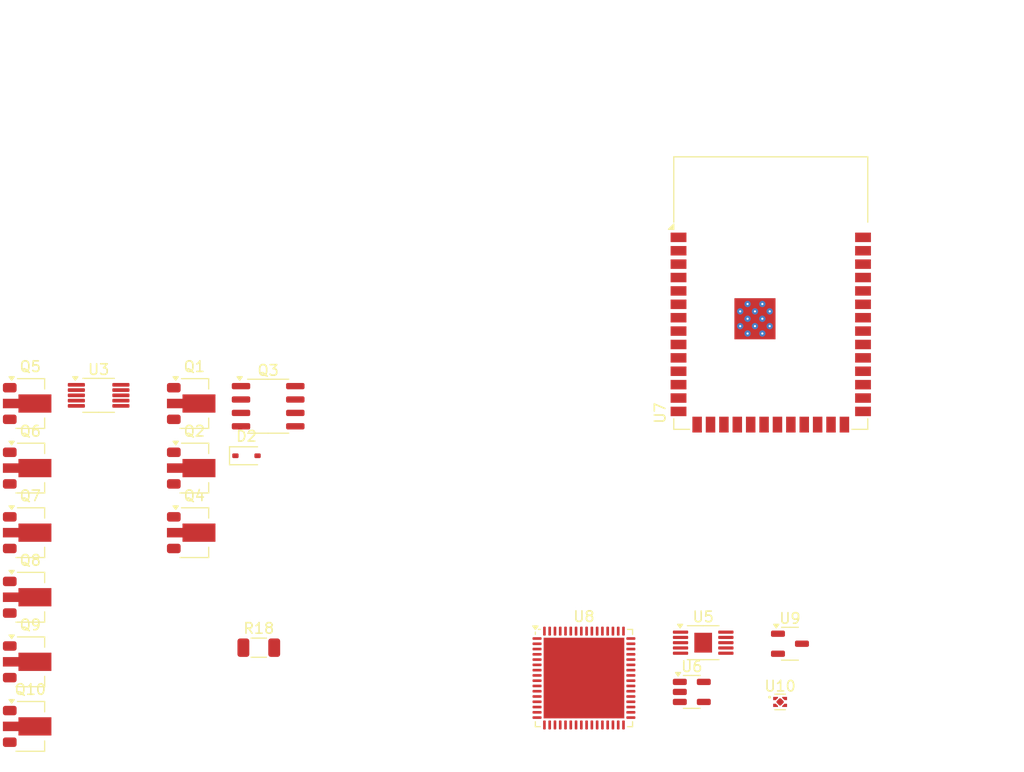
<source format=kicad_pcb>
(kicad_pcb (version 20241229) (generator "pcbnew") (generator_version "9.0")
  (layers (0 "F.Cu" signal) (2 "B.Cu" signal) (13 "F.Paste" user) (15 "B.Paste" user) (5 "F.SilkS" user "F.Silkscreen") (7 "B.SilkS" user "B.Silkscreen") (1 "F.Mask" user) (3 "B.Mask" user) (25 "Edge.Cuts" user))
  (net 0 "")
  (net 1 "Net-(D2-K)")
  (net 2 "GND")
  (net 3 "Net-(C3-Pad1)")
  (net 4 "Net-(Q3B-G2)")
  (net 5 "Net-(Q3B-S2)")
  (net 6 "/SENSOR_SET_RESET_DRIVER/RESET_CTRL")
  (net 7 "/SENSOR_3AXIS_HMC100X/OFFSET_Y+")
  (net 8 "/SENSOR_OFFSET_DRIVERS/DAC_OUT_Y")
  (net 9 "/SENSOR_OFFSET_DRIVERS/DAC_OUT_X")
  (net 10 "/SENSOR_OFFSET_DRIVERS/I2C_DAC_SDA")
  (net 11 "/SENSOR_OFFSET_DRIVERS/DAC_OUT_Z")
  (net 12 "/SENSOR_OFFSET_DRIVERS/DAC_RDY_N")
  (net 13 "/SENSOR_OFFSET_DRIVERS/DAC_LDAC_N")
  (net 14 "+3V3D")
  (net 15 "/SENSOR_OFFSET_DRIVERS/I2C_DAC_SCL")
  (net 16 "Net-(C6-Pad2)")
  (net 17 "/SENSOR_OFFSET_DRIVERS/DAC_OUT_REF")
  (net 18 "Net-(U5-GND-Pad11)")
  (net 23 "Net-(U5-IN-Pad1)")
  (net 38 "Net-(U7-GND-Pad1)")
  (footprint "Diode_SMD:D_SOD-323" (layer "F.Cu") (at 152.37 69.795)
    (property "Reference" "D2" (at 0 -1.85 0) (layer "F.SilkS"))
    (property "Value" "1N4148WS")
    (fp_line (start -1.61 -0.85) (end -1.61 0.85) (stroke (width 0.12)) (layer "F.SilkS"))
    (fp_line (start -1.61 -0.85) (end 1.05 -0.85) (stroke (width 0.12)) (layer "F.SilkS"))
    (fp_line (start -1.61 0.85) (end 1.05 0.85) (stroke (width 0.12)) (layer "F.SilkS"))
    (pad "1" smd roundrect (at -1.05 0) (size 0.6 0.45) (layers "F.Cu" "F.Mask" "F.Paste") (net 1 "Net-(D2-K)"))
    (pad "2" smd roundrect (at 1.05 0) (size 0.6 0.45) (layers "F.Cu" "F.Mask" "F.Paste") (net 2 "GND"))
  )
  (footprint "Package_TO_SOT_SMD:SOT-89-3" (layer "F.Cu") (at 147.425 77.09)
    (property "Reference" "Q4" (at 0 -3.5 0) (layer "F.SilkS"))
    (property "Value" "D882")
    (fp_line (start -1.22 -2.36) (end 1.36 -2.36) (stroke (width 0.12)) (layer "F.SilkS"))
    (fp_line (start 1.36 -1.38) (end 1.36 -2.36) (stroke (width 0.12)) (layer "F.SilkS"))
    (fp_line (start 1.36 1.38) (end 1.36 2.36) (stroke (width 0.12)) (layer "F.SilkS"))
    (fp_line (start 1.36 2.36) (end -1.36 2.36) (stroke (width 0.12)) (layer "F.SilkS"))
    (fp_poly (pts (xy -1.77 -2.21) (xy -2.01 -2.54) (xy -1.53 -2.54) (xy -1.77 -2.21)) (stroke (width 0.12)) (fill yes) (layer "F.SilkS"))
    (pad "1" smd roundrect (at -1.95 -1.5) (size 1.3 0.9) (layers "F.Cu" "F.Mask" "F.Paste"))
    (pad "2" smd custom (at -1.8625 0) (size 1.475 0.9) (layers "F.Cu" "F.Mask" "F.Paste") (options (clearance outline) (anchor rect)) (primitives (gr_poly (pts (xy 3.8625 0.8665) (xy 0.7375 0.8665) (xy 0.7375 -0.8665) (xy 3.8625 -0.8665)) (width 0) (fill yes))))
    (pad "3" smd roundrect (at -1.95 1.5) (size 1.3 0.9) (layers "F.Cu" "F.Mask" "F.Paste"))
  )
  (footprint "Package_SON:Texas_X2SON-4_1x1mm_P0.65mm" (layer "F.Cu") (at 202.985357 93.145)
    (property "Reference" "U10" (at 0 -1.5 0) (layer "F.SilkS"))
    (property "Value" "TPS7A20xxxDQN")
    (fp_line (start -0.5 -0.74) (end 0.5 -0.74) (stroke (width 0.12)) (layer "F.SilkS"))
    (fp_line (start -0.5 0.74) (end 0.5 0.74) (stroke (width 0.12)) (layer "F.SilkS"))
    (fp_circle (center -1 -0.45) (end -0.86 -0.46) (fill yes) (layer "F.SilkS"))
    (pad "1" smd custom (at -0.43 -0.325) (size 0.148492 0.148492) (layers "F.Cu") (options (clearance outline) (anchor circle)) (primitives (gr_poly (pts (xy 0.23 -0.054289) (xy 0.020711 0.155) (xy -0.23 0.155) (xy -0.23 -0.155) (xy 0.23 -0.155)) (width 0) (fill yes))))
    (pad "2" smd custom (at -0.43 0.325) (size 0.148492 0.148492) (layers "F.Cu") (options (clearance outline) (anchor circle)) (primitives (gr_poly (pts (xy 0.23 0.054289) (xy 0.23 0.155) (xy -0.23 0.155) (xy -0.23 -0.155) (xy 0.020711 -0.155)) (width 0) (fill yes))))
    (pad "3" smd custom (at 0.43 0.325) (size 0.148492 0.148492) (layers "F.Cu") (options (clearance outline) (anchor circle)) (primitives (gr_poly (pts (xy 0.23 0.155) (xy -0.23 0.155) (xy -0.23 0.054289) (xy -0.020711 -0.155) (xy 0.23 -0.155)) (width 0) (fill yes))))
    (pad "4" smd custom (at 0.43 -0.325) (size 0.148492 0.148492) (layers "F.Cu") (options (clearance outline) (anchor circle)) (primitives (gr_poly (pts (xy 0.23 0.155) (xy -0.020711 0.155) (xy -0.23 -0.054289) (xy -0.23 -0.155) (xy 0.23 -0.155)) (width 0) (fill yes))))
    (pad "5" smd roundrect (at 0 0 45) (size 0.58 0.58) (layers "F.Cu" "F.Mask" "F.Paste"))
  )
  (footprint "Package_TO_SOT_SMD:SOT-89-3" (layer "F.Cu") (at 131.865 70.965)
    (property "Reference" "Q6" (at 0 -3.5 0) (layer "F.SilkS"))
    (property "Value" "B772")
    (fp_line (start -1.22 -2.36) (end 1.36 -2.36) (stroke (width 0.12)) (layer "F.SilkS"))
    (fp_line (start 1.36 -1.38) (end 1.36 -2.36) (stroke (width 0.12)) (layer "F.SilkS"))
    (fp_line (start 1.36 1.38) (end 1.36 2.36) (stroke (width 0.12)) (layer "F.SilkS"))
    (fp_line (start 1.36 2.36) (end -1.36 2.36) (stroke (width 0.12)) (layer "F.SilkS"))
    (fp_poly (pts (xy -1.77 -2.21) (xy -2.01 -2.54) (xy -1.53 -2.54) (xy -1.77 -2.21)) (stroke (width 0.12)) (fill yes) (layer "F.SilkS"))
    (pad "1" smd roundrect (at -1.95 -1.5) (size 1.3 0.9) (layers "F.Cu" "F.Mask" "F.Paste"))
    (pad "2" smd custom (at -1.8625 0) (size 1.475 0.9) (layers "F.Cu" "F.Mask" "F.Paste") (options (clearance outline) (anchor rect)) (primitives (gr_poly (pts (xy 3.8625 0.8665) (xy 0.7375 0.8665) (xy 0.7375 -0.8665) (xy 3.8625 -0.8665)) (width 0) (fill yes))))
    (pad "3" smd roundrect (at -1.95 1.5) (size 1.3 0.9) (layers "F.Cu" "F.Mask" "F.Paste"))
  )
  (footprint "Package_TO_SOT_SMD:SOT-89-3" (layer "F.Cu") (at 131.865 89.34)
    (property "Reference" "Q9" (at 0 -3.5 0) (layer "F.SilkS"))
    (property "Value" "D882")
    (fp_line (start -1.22 -2.36) (end 1.36 -2.36) (stroke (width 0.12)) (layer "F.SilkS"))
    (fp_line (start 1.36 -1.38) (end 1.36 -2.36) (stroke (width 0.12)) (layer "F.SilkS"))
    (fp_line (start 1.36 1.38) (end 1.36 2.36) (stroke (width 0.12)) (layer "F.SilkS"))
    (fp_line (start 1.36 2.36) (end -1.36 2.36) (stroke (width 0.12)) (layer "F.SilkS"))
    (fp_poly (pts (xy -1.77 -2.21) (xy -2.01 -2.54) (xy -1.53 -2.54) (xy -1.77 -2.21)) (stroke (width 0.12)) (fill yes) (layer "F.SilkS"))
    (pad "1" smd roundrect (at -1.95 -1.5) (size 1.3 0.9) (layers "F.Cu" "F.Mask" "F.Paste"))
    (pad "2" smd custom (at -1.8625 0) (size 1.475 0.9) (layers "F.Cu" "F.Mask" "F.Paste") (options (clearance outline) (anchor rect)) (primitives (gr_poly (pts (xy 3.8625 0.8665) (xy 0.7375 0.8665) (xy 0.7375 -0.8665) (xy 3.8625 -0.8665)) (width 0) (fill yes))))
    (pad "3" smd roundrect (at -1.95 1.5) (size 1.3 0.9) (layers "F.Cu" "F.Mask" "F.Paste"))
  )
  (footprint "Package_TO_SOT_SMD:SOT-89-3" (layer "F.Cu") (at 131.865 83.215)
    (property "Reference" "Q8" (at 0 -3.5 0) (layer "F.SilkS"))
    (property "Value" "B772")
    (fp_line (start -1.22 -2.36) (end 1.36 -2.36) (stroke (width 0.12)) (layer "F.SilkS"))
    (fp_line (start 1.36 -1.38) (end 1.36 -2.36) (stroke (width 0.12)) (layer "F.SilkS"))
    (fp_line (start 1.36 1.38) (end 1.36 2.36) (stroke (width 0.12)) (layer "F.SilkS"))
    (fp_line (start 1.36 2.36) (end -1.36 2.36) (stroke (width 0.12)) (layer "F.SilkS"))
    (fp_poly (pts (xy -1.77 -2.21) (xy -2.01 -2.54) (xy -1.53 -2.54) (xy -1.77 -2.21)) (stroke (width 0.12)) (fill yes) (layer "F.SilkS"))
    (pad "1" smd roundrect (at -1.95 -1.5) (size 1.3 0.9) (layers "F.Cu" "F.Mask" "F.Paste"))
    (pad "2" smd custom (at -1.8625 0) (size 1.475 0.9) (layers "F.Cu" "F.Mask" "F.Paste") (options (clearance outline) (anchor rect)) (primitives (gr_poly (pts (xy 3.8625 0.8665) (xy 0.7375 0.8665) (xy 0.7375 -0.8665) (xy 3.8625 -0.8665)) (width 0) (fill yes))))
    (pad "3" smd roundrect (at -1.95 1.5) (size 1.3 0.9) (layers "F.Cu" "F.Mask" "F.Paste"))
  )
  (footprint "Package_TO_SOT_SMD:SOT-89-3" (layer "F.Cu") (at 131.865 95.465)
    (property "Reference" "Q10" (at 0 -3.5 0) (layer "F.SilkS"))
    (property "Value" "B772")
    (fp_line (start -1.22 -2.36) (end 1.36 -2.36) (stroke (width 0.12)) (layer "F.SilkS"))
    (fp_line (start 1.36 -1.38) (end 1.36 -2.36) (stroke (width 0.12)) (layer "F.SilkS"))
    (fp_line (start 1.36 1.38) (end 1.36 2.36) (stroke (width 0.12)) (layer "F.SilkS"))
    (fp_line (start 1.36 2.36) (end -1.36 2.36) (stroke (width 0.12)) (layer "F.SilkS"))
    (fp_poly (pts (xy -1.77 -2.21) (xy -2.01 -2.54) (xy -1.53 -2.54) (xy -1.77 -2.21)) (stroke (width 0.12)) (fill yes) (layer "F.SilkS"))
    (pad "1" smd roundrect (at -1.95 -1.5) (size 1.3 0.9) (layers "F.Cu" "F.Mask" "F.Paste"))
    (pad "2" smd custom (at -1.8625 0) (size 1.475 0.9) (layers "F.Cu" "F.Mask" "F.Paste") (options (clearance outline) (anchor rect)) (primitives (gr_poly (pts (xy 3.8625 0.8665) (xy 0.7375 0.8665) (xy 0.7375 -0.8665) (xy 3.8625 -0.8665)) (width 0) (fill yes))))
    (pad "3" smd roundrect (at -1.95 1.5) (size 1.3 0.9) (layers "F.Cu" "F.Mask" "F.Paste"))
  )
  (footprint "Package_TO_SOT_SMD:SOT-89-3" (layer "F.Cu") (at 147.425 64.84)
    (property "Reference" "Q1" (at 0 -3.5 0) (layer "F.SilkS"))
    (property "Value" "D882")
    (fp_line (start -1.22 -2.36) (end 1.36 -2.36) (stroke (width 0.12)) (layer "F.SilkS"))
    (fp_line (start 1.36 -1.38) (end 1.36 -2.36) (stroke (width 0.12)) (layer "F.SilkS"))
    (fp_line (start 1.36 1.38) (end 1.36 2.36) (stroke (width 0.12)) (layer "F.SilkS"))
    (fp_line (start 1.36 2.36) (end -1.36 2.36) (stroke (width 0.12)) (layer "F.SilkS"))
    (fp_poly (pts (xy -1.77 -2.21) (xy -2.01 -2.54) (xy -1.53 -2.54) (xy -1.77 -2.21)) (stroke (width 0.12)) (fill yes) (layer "F.SilkS"))
    (pad "1" smd roundrect (at -1.95 -1.5) (size 1.3 0.9) (layers "F.Cu" "F.Mask" "F.Paste"))
    (pad "2" smd custom (at -1.8625 0) (size 1.475 0.9) (layers "F.Cu" "F.Mask" "F.Paste") (options (clearance outline) (anchor rect)) (primitives (gr_poly (pts (xy 3.8625 0.8665) (xy 0.7375 0.8665) (xy 0.7375 -0.8665) (xy 3.8625 -0.8665)) (width 0) (fill yes))))
    (pad "3" smd roundrect (at -1.95 1.5) (size 1.3 0.9) (layers "F.Cu" "F.Mask" "F.Paste"))
  )
  (footprint "Resistor_SMD:R_1206_3216Metric" (layer "F.Cu") (at 153.5375 88)
    (property "Reference" "R18" (at 0 -1.83 0) (layer "F.SilkS"))
    (property "Value" "20")
    (fp_line (start -0.727064 -0.91) (end 0.727064 -0.91) (stroke (width 0.12)) (layer "F.SilkS"))
    (fp_line (start -0.727064 0.91) (end 0.727064 0.91) (stroke (width 0.12)) (layer "F.SilkS"))
    (pad "1" smd roundrect (at -1.4625 0) (size 1.125 1.75) (layers "F.Cu" "F.Mask" "F.Paste") (roundrect_rratio 0.222222) (net 16 "Net-(C6-Pad2)"))
    (pad "2" smd roundrect (at 1.4625 0) (size 1.125 1.75) (layers "F.Cu" "F.Mask" "F.Paste") (roundrect_rratio 0.222222) (net 7 "/SENSOR_3AXIS_HMC100X/OFFSET_Y+"))
  )
  (footprint "Package_TO_SOT_SMD:SOT-89-3" (layer "F.Cu") (at 147.425 70.965)
    (property "Reference" "Q2" (at 0 -3.5 0) (layer "F.SilkS"))
    (property "Value" "B772")
    (fp_line (start -1.22 -2.36) (end 1.36 -2.36) (stroke (width 0.12)) (layer "F.SilkS"))
    (fp_line (start 1.36 -1.38) (end 1.36 -2.36) (stroke (width 0.12)) (layer "F.SilkS"))
    (fp_line (start 1.36 1.38) (end 1.36 2.36) (stroke (width 0.12)) (layer "F.SilkS"))
    (fp_line (start 1.36 2.36) (end -1.36 2.36) (stroke (width 0.12)) (layer "F.SilkS"))
    (fp_poly (pts (xy -1.77 -2.21) (xy -2.01 -2.54) (xy -1.53 -2.54) (xy -1.77 -2.21)) (stroke (width 0.12)) (fill yes) (layer "F.SilkS"))
    (pad "1" smd roundrect (at -1.95 -1.5) (size 1.3 0.9) (layers "F.Cu" "F.Mask" "F.Paste"))
    (pad "2" smd custom (at -1.8625 0) (size 1.475 0.9) (layers "F.Cu" "F.Mask" "F.Paste") (options (clearance outline) (anchor rect)) (primitives (gr_poly (pts (xy 3.8625 0.8665) (xy 0.7375 0.8665) (xy 0.7375 -0.8665) (xy 3.8625 -0.8665)) (width 0) (fill yes))))
    (pad "3" smd roundrect (at -1.95 1.5) (size 1.3 0.9) (layers "F.Cu" "F.Mask" "F.Paste"))
  )
  (footprint "Package_TO_SOT_SMD:SOT-89-3" (layer "F.Cu") (at 131.865 64.84)
    (property "Reference" "Q5" (at 0 -3.5 0) (layer "F.SilkS"))
    (property "Value" "D882")
    (fp_line (start -1.22 -2.36) (end 1.36 -2.36) (stroke (width 0.12)) (layer "F.SilkS"))
    (fp_line (start 1.36 -1.38) (end 1.36 -2.36) (stroke (width 0.12)) (layer "F.SilkS"))
    (fp_line (start 1.36 1.38) (end 1.36 2.36) (stroke (width 0.12)) (layer "F.SilkS"))
    (fp_line (start 1.36 2.36) (end -1.36 2.36) (stroke (width 0.12)) (layer "F.SilkS"))
    (fp_poly (pts (xy -1.77 -2.21) (xy -2.01 -2.54) (xy -1.53 -2.54) (xy -1.77 -2.21)) (stroke (width 0.12)) (fill yes) (layer "F.SilkS"))
    (pad "1" smd roundrect (at -1.95 -1.5) (size 1.3 0.9) (layers "F.Cu" "F.Mask" "F.Paste"))
    (pad "2" smd custom (at -1.8625 0) (size 1.475 0.9) (layers "F.Cu" "F.Mask" "F.Paste") (options (clearance outline) (anchor rect)) (primitives (gr_poly (pts (xy 3.8625 0.8665) (xy 0.7375 0.8665) (xy 0.7375 -0.8665) (xy 3.8625 -0.8665)) (width 0) (fill yes))))
    (pad "3" smd roundrect (at -1.95 1.5) (size 1.3 0.9) (layers "F.Cu" "F.Mask" "F.Paste"))
  )
  (footprint "Package_SO:SO-8_3.9x4.9mm_P1.27mm" (layer "F.Cu") (at 154.425 65.095)
    (property "Reference" "Q3" (at 0 -3.4 0) (layer "F.SilkS"))
    (property "Value" "DMC3028LSD")
    (fp_line (start 0 -2.56) (end -1.95 -2.56) (stroke (width 0.12)) (layer "F.SilkS"))
    (fp_line (start 0 -2.56) (end 1.95 -2.56) (stroke (width 0.12)) (layer "F.SilkS"))
    (fp_line (start 0 2.56) (end -1.95 2.56) (stroke (width 0.12)) (layer "F.SilkS"))
    (fp_line (start 0 2.56) (end 1.95 2.56) (stroke (width 0.12)) (layer "F.SilkS"))
    (fp_poly (pts (xy -2.7 -2.465) (xy -2.94 -2.795) (xy -2.46 -2.795)) (stroke (width 0.12)) (fill yes) (layer "F.SilkS"))
    (pad "1" smd roundrect (at -2.575 -1.905) (size 1.75 0.6) (layers "F.Cu" "F.Mask" "F.Paste") (net 2 "GND"))
    (pad "2" smd roundrect (at -2.575 -0.635) (size 1.75 0.6) (layers "F.Cu" "F.Mask" "F.Paste") (net 6 "/SENSOR_SET_RESET_DRIVER/RESET_CTRL"))
    (pad "3" smd roundrect (at -2.575 0.635) (size 1.75 0.6) (layers "F.Cu" "F.Mask" "F.Paste") (net 5 "Net-(Q3B-S2)"))
    (pad "4" smd roundrect (at -2.575 1.905) (size 1.75 0.6) (layers "F.Cu" "F.Mask" "F.Paste") (net 4 "Net-(Q3B-G2)"))
    (pad "5" smd roundrect (at 2.575 1.905) (size 1.75 0.6) (layers "F.Cu" "F.Mask" "F.Paste") (net 3 "Net-(C3-Pad1)"))
    (pad "6" smd roundrect (at 2.575 0.635) (size 1.75 0.6) (layers "F.Cu" "F.Mask" "F.Paste") (net 3 "Net-(C3-Pad1)"))
    (pad "7" smd roundrect (at 2.575 -0.635) (size 1.75 0.6) (layers "F.Cu" "F.Mask" "F.Paste") (net 3 "Net-(C3-Pad1)"))
    (pad "8" smd roundrect (at 2.575 -1.905) (size 1.75 0.6) (layers "F.Cu" "F.Mask" "F.Paste") (net 3 "Net-(C3-Pad1)"))
  )
  (footprint "Package_SO:MSOP-10_3x3mm_P0.5mm" (layer "F.Cu") (at 138.345 64.065)
    (property "Reference" "U3" (at 0 -2.45 0) (layer "F.SilkS"))
    (property "Value" "MCP4728")
    (fp_line (start 0 -1.61) (end -1.5 -1.61) (stroke (width 0.12)) (layer "F.SilkS"))
    (fp_line (start 0 -1.61) (end 1.5 -1.61) (stroke (width 0.12)) (layer "F.SilkS"))
    (fp_line (start 0 1.61) (end -1.5 1.61) (stroke (width 0.12)) (layer "F.SilkS"))
    (fp_line (start 0 1.61) (end 1.5 1.61) (stroke (width 0.12)) (layer "F.SilkS"))
    (fp_poly (pts (xy -2.2125 -1.435) (xy -2.4525 -1.765) (xy -1.9725 -1.765)) (stroke (width 0.12)) (fill yes) (layer "F.SilkS"))
    (pad "1" smd roundrect (at -2.1125 -1) (size 1.625 0.35) (layers "F.Cu" "F.Mask" "F.Paste") (net 14 "+3V3D"))
    (pad "2" smd roundrect (at -2.1125 -0.5) (size 1.625 0.35) (layers "F.Cu" "F.Mask" "F.Paste") (net 15 "/SENSOR_OFFSET_DRIVERS/I2C_DAC_SCL"))
    (pad "3" smd roundrect (at -2.1125 0) (size 1.625 0.35) (layers "F.Cu" "F.Mask" "F.Paste") (net 10 "/SENSOR_OFFSET_DRIVERS/I2C_DAC_SDA"))
    (pad "4" smd roundrect (at -2.1125 0.5) (size 1.625 0.35) (layers "F.Cu" "F.Mask" "F.Paste") (net 13 "/SENSOR_OFFSET_DRIVERS/DAC_LDAC_N"))
    (pad "5" smd roundrect (at -2.1125 1) (size 1.625 0.35) (layers "F.Cu" "F.Mask" "F.Paste") (net 12 "/SENSOR_OFFSET_DRIVERS/DAC_RDY_N"))
    (pad "6" smd roundrect (at 2.1125 1) (size 1.625 0.35) (layers "F.Cu" "F.Mask" "F.Paste") (net 9 "/SENSOR_OFFSET_DRIVERS/DAC_OUT_X"))
    (pad "7" smd roundrect (at 2.1125 0.5) (size 1.625 0.35) (layers "F.Cu" "F.Mask" "F.Paste") (net 8 "/SENSOR_OFFSET_DRIVERS/DAC_OUT_Y"))
    (pad "8" smd roundrect (at 2.1125 0) (size 1.625 0.35) (layers "F.Cu" "F.Mask" "F.Paste") (net 11 "/SENSOR_OFFSET_DRIVERS/DAC_OUT_Z"))
    (pad "9" smd roundrect (at 2.1125 -0.5) (size 1.625 0.35) (layers "F.Cu" "F.Mask" "F.Paste") (net 17 "/SENSOR_OFFSET_DRIVERS/DAC_OUT_REF"))
    (pad "10" smd roundrect (at 2.1125 -1) (size 1.625 0.35) (layers "F.Cu" "F.Mask" "F.Paste") (net 2 "GND"))
  )
  (footprint "Package_DFN_QFN:QFN-64-1EP_9x9mm_P0.5mm_EP7.65x7.65mm" (layer "F.Cu") (at 184.38 90.88)
    (property "Reference" "U8" (at 0 -5.83 0) (layer "F.SilkS"))
    (property "Value" "AD7779")
    (fp_line (start -4.61 -4.135) (end -4.61 -4.37) (stroke (width 0.12)) (layer "F.SilkS"))
    (fp_line (start -4.61 4.61) (end -4.61 4.135) (stroke (width 0.12)) (layer "F.SilkS"))
    (fp_line (start -4.135 -4.61) (end -4.31 -4.61) (stroke (width 0.12)) (layer "F.SilkS"))
    (fp_line (start -4.135 4.61) (end -4.61 4.61) (stroke (width 0.12)) (layer "F.SilkS"))
    (fp_line (start 4.135 -4.61) (end 4.61 -4.61) (stroke (width 0.12)) (layer "F.SilkS"))
    (fp_line (start 4.135 4.61) (end 4.61 4.61) (stroke (width 0.12)) (layer "F.SilkS"))
    (fp_line (start 4.61 -4.61) (end 4.61 -4.135) (stroke (width 0.12)) (layer "F.SilkS"))
    (fp_line (start 4.61 4.61) (end 4.61 4.135) (stroke (width 0.12)) (layer "F.SilkS"))
    (fp_poly (pts (xy -4.61 -4.61) (xy -4.85 -4.94) (xy -4.37 -4.94)) (stroke (width 0.12)) (fill yes) (layer "F.SilkS"))
    (pad "1" smd roundrect (at -4.45 -3.75) (size 0.85 0.25) (layers "F.Cu" "F.Mask" "F.Paste"))
    (pad "2" smd roundrect (at -4.45 -3.25) (size 0.85 0.25) (layers "F.Cu" "F.Mask" "F.Paste"))
    (pad "3" smd roundrect (at -4.45 -2.75) (size 0.85 0.25) (layers "F.Cu" "F.Mask" "F.Paste"))
    (pad "4" smd roundrect (at -4.45 -2.25) (size 0.85 0.25) (layers "F.Cu" "F.Mask" "F.Paste"))
    (pad "5" smd roundrect (at -4.45 -1.75) (size 0.85 0.25) (layers "F.Cu" "F.Mask" "F.Paste"))
    (pad "6" smd roundrect (at -4.45 -1.25) (size 0.85 0.25) (layers "F.Cu" "F.Mask" "F.Paste"))
    (pad "7" smd roundrect (at -4.45 -0.75) (size 0.85 0.25) (layers "F.Cu" "F.Mask" "F.Paste"))
    (pad "8" smd roundrect (at -4.45 -0.25) (size 0.85 0.25) (layers "F.Cu" "F.Mask" "F.Paste"))
    (pad "9" smd roundrect (at -4.45 0.25) (size 0.85 0.25) (layers "F.Cu" "F.Mask" "F.Paste"))
    (pad "10" smd roundrect (at -4.45 0.75) (size 0.85 0.25) (layers "F.Cu" "F.Mask" "F.Paste"))
    (pad "11" smd roundrect (at -4.45 1.25) (size 0.85 0.25) (layers "F.Cu" "F.Mask" "F.Paste"))
    (pad "12" smd roundrect (at -4.45 1.75) (size 0.85 0.25) (layers "F.Cu" "F.Mask" "F.Paste"))
    (pad "13" smd roundrect (at -4.45 2.25) (size 0.85 0.25) (layers "F.Cu" "F.Mask" "F.Paste"))
    (pad "14" smd roundrect (at -4.45 2.75) (size 0.85 0.25) (layers "F.Cu" "F.Mask" "F.Paste"))
    (pad "15" smd roundrect (at -4.45 3.25) (size 0.85 0.25) (layers "F.Cu" "F.Mask" "F.Paste"))
    (pad "16" smd roundrect (at -4.45 3.75) (size 0.85 0.25) (layers "F.Cu" "F.Mask" "F.Paste"))
    (pad "17" smd roundrect (at -3.75 4.45) (size 0.25 0.85) (layers "F.Cu" "F.Mask" "F.Paste"))
    (pad "18" smd roundrect (at -3.25 4.45) (size 0.25 0.85) (layers "F.Cu" "F.Mask" "F.Paste"))
    (pad "19" smd roundrect (at -2.75 4.45) (size 0.25 0.85) (layers "F.Cu" "F.Mask" "F.Paste"))
    (pad "20" smd roundrect (at -2.25 4.45) (size 0.25 0.85) (layers "F.Cu" "F.Mask" "F.Paste"))
    (pad "21" smd roundrect (at -1.75 4.45) (size 0.25 0.85) (layers "F.Cu" "F.Mask" "F.Paste"))
    (pad "22" smd roundrect (at -1.25 4.45) (size 0.25 0.85) (layers "F.Cu" "F.Mask" "F.Paste"))
    (pad "23" smd roundrect (at -0.75 4.45) (size 0.25 0.85) (layers "F.Cu" "F.Mask" "F.Paste"))
    (pad "24" smd roundrect (at -0.25 4.45) (size 0.25 0.85) (layers "F.Cu" "F.Mask" "F.Paste"))
    (pad "25" smd roundrect (at 0.25 4.45) (size 0.25 0.85) (layers "F.Cu" "F.Mask" "F.Paste"))
    (pad "26" smd roundrect (at 0.75 4.45) (size 0.25 0.85) (layers "F.Cu" "F.Mask" "F.Paste"))
    (pad "27" smd roundrect (at 1.25 4.45) (size 0.25 0.85) (layers "F.Cu" "F.Mask" "F.Paste"))
    (pad "28" smd roundrect (at 1.75 4.45) (size 0.25 0.85) (layers "F.Cu" "F.Mask" "F.Paste"))
    (pad "29" smd roundrect (at 2.25 4.45) (size 0.25 0.85) (layers "F.Cu" "F.Mask" "F.Paste"))
    (pad "30" smd roundrect (at 2.75 4.45) (size 0.25 0.85) (layers "F.Cu" "F.Mask" "F.Paste"))
    (pad "31" smd roundrect (at 3.25 4.45) (size 0.25 0.85) (layers "F.Cu" "F.Mask" "F.Paste"))
    (pad "32" smd roundrect (at 3.75 4.45) (size 0.25 0.85) (layers "F.Cu" "F.Mask" "F.Paste"))
    (pad "33" smd roundrect (at 4.45 3.75) (size 0.85 0.25) (layers "F.Cu" "F.Mask" "F.Paste"))
    (pad "34" smd roundrect (at 4.45 3.25) (size 0.85 0.25) (layers "F.Cu" "F.Mask" "F.Paste"))
    (pad "35" smd roundrect (at 4.45 2.75) (size 0.85 0.25) (layers "F.Cu" "F.Mask" "F.Paste"))
    (pad "36" smd roundrect (at 4.45 2.25) (size 0.85 0.25) (layers "F.Cu" "F.Mask" "F.Paste"))
    (pad "37" smd roundrect (at 4.45 1.75) (size 0.85 0.25) (layers "F.Cu" "F.Mask" "F.Paste"))
    (pad "38" smd roundrect (at 4.45 1.25) (size 0.85 0.25) (layers "F.Cu" "F.Mask" "F.Paste"))
    (pad "39" smd roundrect (at 4.45 0.75) (size 0.85 0.25) (layers "F.Cu" "F.Mask" "F.Paste"))
    (pad "40" smd roundrect (at 4.45 0.25) (size 0.85 0.25) (layers "F.Cu" "F.Mask" "F.Paste"))
    (pad "41" smd roundrect (at 4.45 -0.25) (size 0.85 0.25) (layers "F.Cu" "F.Mask" "F.Paste"))
    (pad "42" smd roundrect (at 4.45 -0.75) (size 0.85 0.25) (layers "F.Cu" "F.Mask" "F.Paste"))
    (pad "43" smd roundrect (at 4.45 -1.25) (size 0.85 0.25) (layers "F.Cu" "F.Mask" "F.Paste"))
    (pad "44" smd roundrect (at 4.45 -1.75) (size 0.85 0.25) (layers "F.Cu" "F.Mask" "F.Paste"))
    (pad "45" smd roundrect (at 4.45 -2.25) (size 0.85 0.25) (layers "F.Cu" "F.Mask" "F.Paste"))
    (pad "46" smd roundrect (at 4.45 -2.75) (size 0.85 0.25) (layers "F.Cu" "F.Mask" "F.Paste"))
    (pad "47" smd roundrect (at 4.45 -3.25) (size 0.85 0.25) (layers "F.Cu" "F.Mask" "F.Paste"))
    (pad "48" smd roundrect (at 4.45 -3.75) (size 0.85 0.25) (layers "F.Cu" "F.Mask" "F.Paste"))
    (pad "49" smd roundrect (at 3.75 -4.45) (size 0.25 0.85) (layers "F.Cu" "F.Mask" "F.Paste"))
    (pad "50" smd roundrect (at 3.25 -4.45) (size 0.25 0.85) (layers "F.Cu" "F.Mask" "F.Paste"))
    (pad "51" smd roundrect (at 2.75 -4.45) (size 0.25 0.85) (layers "F.Cu" "F.Mask" "F.Paste"))
    (pad "52" smd roundrect (at 2.25 -4.45) (size 0.25 0.85) (layers "F.Cu" "F.Mask" "F.Paste"))
    (pad "53" smd roundrect (at 1.75 -4.45) (size 0.25 0.85) (layers "F.Cu" "F.Mask" "F.Paste"))
    (pad "54" smd roundrect (at 1.25 -4.45) (size 0.25 0.85) (layers "F.Cu" "F.Mask" "F.Paste"))
    (pad "55" smd roundrect (at 0.75 -4.45) (size 0.25 0.85) (layers "F.Cu" "F.Mask" "F.Paste"))
    (pad "56" smd roundrect (at 0.25 -4.45) (size 0.25 0.85) (layers "F.Cu" "F.Mask" "F.Paste"))
    (pad "57" smd roundrect (at -0.25 -4.45) (size 0.25 0.85) (layers "F.Cu" "F.Mask" "F.Paste"))
    (pad "58" smd roundrect (at -0.75 -4.45) (size 0.25 0.85) (layers "F.Cu" "F.Mask" "F.Paste"))
    (pad "59" smd roundrect (at -1.25 -4.45) (size 0.25 0.85) (layers "F.Cu" "F.Mask" "F.Paste"))
    (pad "60" smd roundrect (at -1.75 -4.45) (size 0.25 0.85) (layers "F.Cu" "F.Mask" "F.Paste"))
    (pad "61" smd roundrect (at -2.25 -4.45) (size 0.25 0.85) (layers "F.Cu" "F.Mask" "F.Paste"))
    (pad "62" smd roundrect (at -2.75 -4.45) (size 0.25 0.85) (layers "F.Cu" "F.Mask" "F.Paste"))
    (pad "63" smd roundrect (at -3.25 -4.45) (size 0.25 0.85) (layers "F.Cu" "F.Mask" "F.Paste"))
    (pad "64" smd roundrect (at -3.75 -4.45) (size 0.25 0.85) (layers "F.Cu" "F.Mask" "F.Paste"))
    (pad "65" smd rect (at 0 0) (size 7.65 7.65) (property pad_prop_heatsink) (layers "F.Cu" "F.Mask"))
  )
  (footprint "Package_SO:MSOP-10-1EP_3x3mm_P0.5mm_EP1.68x1.88mm" (layer "F.Cu") (at 195.69 87.525)
    (property "Reference" "U5" (at 0 -2.45 0) (layer "F.SilkS"))
    (property "Value" "LT3042xMSE")
    (fp_line (start 0 -1.61) (end -1.5 -1.61) (stroke (width 0.12)) (layer "F.SilkS"))
    (fp_line (start 0 -1.61) (end 1.5 -1.61) (stroke (width 0.12)) (layer "F.SilkS"))
    (fp_line (start 0 1.61) (end -1.5 1.61) (stroke (width 0.12)) (layer "F.SilkS"))
    (fp_line (start 0 1.61) (end 1.5 1.61) (stroke (width 0.12)) (layer "F.SilkS"))
    (fp_poly (pts (xy -2.1875 -1.41) (xy -2.4275 -1.74) (xy -1.9475 -1.74)) (stroke (width 0.12)) (fill yes) (layer "F.SilkS"))
    (pad "1" smd roundrect (at -2.15 -1) (size 1.45 0.3) (layers "F.Cu" "F.Mask" "F.Paste") (net 23 "Net-(U5-IN-Pad1)"))
    (pad "2" smd roundrect (at -2.15 -0.5) (size 1.45 0.3) (layers "F.Cu" "F.Mask" "F.Paste") (net 23 "Net-(U5-IN-Pad1)"))
    (pad "3" smd roundrect (at -2.15 0) (size 1.45 0.3) (layers "F.Cu" "F.Mask" "F.Paste"))
    (pad "4" smd roundrect (at -2.15 0.5) (size 1.45 0.3) (layers "F.Cu" "F.Mask" "F.Paste"))
    (pad "5" smd roundrect (at -2.15 1) (size 1.45 0.3) (layers "F.Cu" "F.Mask" "F.Paste"))
    (pad "6" smd roundrect (at 2.15 1) (size 1.45 0.3) (layers "F.Cu" "F.Mask" "F.Paste"))
    (pad "7" smd roundrect (at 2.15 0.5) (size 1.45 0.3) (layers "F.Cu" "F.Mask" "F.Paste"))
    (pad "8" smd roundrect (at 2.15 0) (size 1.45 0.3) (layers "F.Cu" "F.Mask" "F.Paste") (net 18 "Net-(U5-GND-Pad11)"))
    (pad "9" smd roundrect (at 2.15 -0.5) (size 1.45 0.3) (layers "F.Cu" "F.Mask" "F.Paste"))
    (pad "10" smd roundrect (at 2.15 -1) (size 1.45 0.3) (layers "F.Cu" "F.Mask" "F.Paste"))
    (pad "11" smd rect (at 0 0) (size 1.68 1.88) (property pad_prop_heatsink) (layers "F.Cu" "F.Mask") (net 18 "Net-(U5-GND-Pad11)"))
  )
  (footprint "Package_TO_SOT_SMD:SOT-23-5" (layer "F.Cu") (at 194.61 92.195)
    (property "Reference" "U6" (at 0 -2.4 0) (layer "F.SilkS"))
    (property "Value" "TPS61040DBV")
    (fp_line (start 0 -1.56) (end -0.8 -1.56) (stroke (width 0.12)) (layer "F.SilkS"))
    (fp_line (start 0 -1.56) (end 0.8 -1.56) (stroke (width 0.12)) (layer "F.SilkS"))
    (fp_line (start 0 1.56) (end -0.8 1.56) (stroke (width 0.12)) (layer "F.SilkS"))
    (fp_line (start 0 1.56) (end 0.8 1.56) (stroke (width 0.12)) (layer "F.SilkS"))
    (fp_poly (pts (xy -1.3 -1.51) (xy -1.54 -1.84) (xy -1.06 -1.84)) (stroke (width 0.12)) (fill yes) (layer "F.SilkS"))
    (pad "1" smd roundrect (at -1.1375 -0.95) (size 1.325 0.6) (layers "F.Cu" "F.Mask" "F.Paste"))
    (pad "2" smd roundrect (at -1.1375 0) (size 1.325 0.6) (layers "F.Cu" "F.Mask" "F.Paste"))
    (pad "3" smd roundrect (at -1.1375 0.95) (size 1.325 0.6) (layers "F.Cu" "F.Mask" "F.Paste"))
    (pad "4" smd roundrect (at 1.1375 0.95) (size 1.325 0.6) (layers "F.Cu" "F.Mask" "F.Paste"))
    (pad "5" smd roundrect (at 1.1375 -0.95) (size 1.325 0.6) (layers "F.Cu" "F.Mask" "F.Paste"))
  )
  (footprint "Package_TO_SOT_SMD:SOT-23-3" (layer "F.Cu") (at 203.92 87.625)
    (property "Reference" "U9" (at 0 -2.4 0) (layer "F.SilkS"))
    (property "Value" "XC6206PxxxMR")
    (fp_line (start 0 -1.56) (end -0.8 -1.56) (stroke (width 0.12)) (layer "F.SilkS"))
    (fp_line (start 0 -1.56) (end 0.8 -1.56) (stroke (width 0.12)) (layer "F.SilkS"))
    (fp_line (start 0 1.56) (end -0.8 1.56) (stroke (width 0.12)) (layer "F.SilkS"))
    (fp_line (start 0 1.56) (end 0.8 1.56) (stroke (width 0.12)) (layer "F.SilkS"))
    (fp_poly (pts (xy -1.3 -1.51) (xy -1.54 -1.84) (xy -1.06 -1.84)) (stroke (width 0.12)) (fill yes) (layer "F.SilkS"))
    (pad "1" smd roundrect (at -1.1375 -0.95) (size 1.325 0.6) (layers "F.Cu" "F.Mask" "F.Paste"))
    (pad "2" smd roundrect (at -1.1375 0.95) (size 1.325 0.6) (layers "F.Cu" "F.Mask" "F.Paste"))
    (pad "3" smd roundrect (at 1.1375 0) (size 1.325 0.6) (layers "F.Cu" "F.Mask" "F.Paste"))
  )
  (footprint "Package_TO_SOT_SMD:SOT-89-3" (layer "F.Cu") (at 131.865 77.09)
    (property "Reference" "Q7" (at 0 -3.5 0) (layer "F.SilkS"))
    (property "Value" "D882")
    (fp_line (start -1.22 -2.36) (end 1.36 -2.36) (stroke (width 0.12)) (layer "F.SilkS"))
    (fp_line (start 1.36 -1.38) (end 1.36 -2.36) (stroke (width 0.12)) (layer "F.SilkS"))
    (fp_line (start 1.36 1.38) (end 1.36 2.36) (stroke (width 0.12)) (layer "F.SilkS"))
    (fp_line (start 1.36 2.36) (end -1.36 2.36) (stroke (width 0.12)) (layer "F.SilkS"))
    (fp_poly (pts (xy -1.77 -2.21) (xy -2.01 -2.54) (xy -1.53 -2.54) (xy -1.77 -2.21)) (stroke (width 0.12)) (fill yes) (layer "F.SilkS"))
    (pad "1" smd roundrect (at -1.95 -1.5) (size 1.3 0.9) (layers "F.Cu" "F.Mask" "F.Paste"))
    (pad "2" smd custom (at -1.8625 0) (size 1.475 0.9) (layers "F.Cu" "F.Mask" "F.Paste") (options (clearance outline) (anchor rect)) (primitives (gr_poly (pts (xy 3.8625 0.8665) (xy 0.7375 0.8665) (xy 0.7375 -0.8665) (xy 3.8625 -0.8665)) (width 0) (fill yes))))
    (pad "3" smd roundrect (at -1.95 1.5) (size 1.3 0.9) (layers "F.Cu" "F.Mask" "F.Paste"))
  )
  (footprint "RF_Module:ESP32-S3-WROOM-1" (layer "F.Cu") (at 202.1 54.34)
    (property "Reference" "U7" (at -10.5 11.4 90) (layer "F.SilkS"))
    (property "Value" "ESP32-S3-WROOM-1")
    (fp_line (start -9.2 -12.9) (end -9.2 -6.7) (stroke (width 0.12)) (layer "F.SilkS"))
    (fp_line (start -9.2 -12.9) (end 9.2 -12.9) (stroke (width 0.12)) (layer "F.SilkS"))
    (fp_line (start -9.2 11.95) (end -9.2 12.95) (stroke (width 0.12)) (layer "F.SilkS"))
    (fp_line (start -9.2 12.95) (end -7.7 12.95) (stroke (width 0.12)) (layer "F.SilkS"))
    (fp_line (start 9.2 -12.9) (end 9.2 -6.7) (stroke (width 0.12)) (layer "F.SilkS"))
    (fp_line (start 9.2 12.95) (end 7.7 12.95) (stroke (width 0.12)) (layer "F.SilkS"))
    (fp_line (start 9.2 12.95) (end 9.2 11.95) (stroke (width 0.12)) (layer "F.SilkS"))
    (fp_poly (pts (xy -9.2 -6.025) (xy -9.7 -6.025) (xy -9.2 -6.525) (xy -9.2 -6.025)) (stroke (width 0.12)) (fill yes) (layer "F.SilkS"))
    (pad "1" smd rect (at -8.75 -5.26) (size 1.5 0.9) (layers "F.Cu" "F.Mask" "F.Paste") (net 38 "Net-(U7-GND-Pad1)"))
    (pad "2" smd rect (at -8.75 -3.99) (size 1.5 0.9) (layers "F.Cu" "F.Mask" "F.Paste"))
    (pad "3" smd rect (at -8.75 -2.72) (size 1.5 0.9) (layers "F.Cu" "F.Mask" "F.Paste"))
    (pad "4" smd rect (at -8.75 -1.45) (size 1.5 0.9) (layers "F.Cu" "F.Mask" "F.Paste"))
    (pad "5" smd rect (at -8.75 -0.18) (size 1.5 0.9) (layers "F.Cu" "F.Mask" "F.Paste"))
    (pad "6" smd rect (at -8.75 1.09) (size 1.5 0.9) (layers "F.Cu" "F.Mask" "F.Paste"))
    (pad "7" smd rect (at -8.75 2.36) (size 1.5 0.9) (layers "F.Cu" "F.Mask" "F.Paste"))
    (pad "8" smd rect (at -8.75 3.63) (size 1.5 0.9) (layers "F.Cu" "F.Mask" "F.Paste"))
    (pad "9" smd rect (at -8.75 4.9) (size 1.5 0.9) (layers "F.Cu" "F.Mask" "F.Paste"))
    (pad "10" smd rect (at -8.75 6.17) (size 1.5 0.9) (layers "F.Cu" "F.Mask" "F.Paste"))
    (pad "11" smd rect (at -8.75 7.44) (size 1.5 0.9) (layers "F.Cu" "F.Mask" "F.Paste"))
    (pad "12" smd rect (at -8.75 8.71) (size 1.5 0.9) (layers "F.Cu" "F.Mask" "F.Paste"))
    (pad "13" smd rect (at -8.75 9.98) (size 1.5 0.9) (layers "F.Cu" "F.Mask" "F.Paste"))
    (pad "14" smd rect (at -8.75 11.25 180) (size 1.5 0.9) (layers "F.Cu" "F.Mask" "F.Paste"))
    (pad "15" smd rect (at -6.985 12.5 270) (size 1.5 0.9) (layers "F.Cu" "F.Mask" "F.Paste"))
    (pad "16" smd rect (at -5.715 12.5 270) (size 1.5 0.9) (layers "F.Cu" "F.Mask" "F.Paste"))
    (pad "17" smd rect (at -4.445 12.5 270) (size 1.5 0.9) (layers "F.Cu" "F.Mask" "F.Paste"))
    (pad "18" smd rect (at -3.175 12.5 270) (size 1.5 0.9) (layers "F.Cu" "F.Mask" "F.Paste"))
    (pad "19" smd rect (at -1.905 12.5 270) (size 1.5 0.9) (layers "F.Cu" "F.Mask" "F.Paste"))
    (pad "20" smd rect (at -0.635 12.5 270) (size 1.5 0.9) (layers "F.Cu" "F.Mask" "F.Paste"))
    (pad "21" smd rect (at 0.635 12.5 270) (size 1.5 0.9) (layers "F.Cu" "F.Mask" "F.Paste"))
    (pad "22" smd rect (at 1.905 12.5 270) (size 1.5 0.9) (layers "F.Cu" "F.Mask" "F.Paste"))
    (pad "23" smd rect (at 3.175 12.5 270) (size 1.5 0.9) (layers "F.Cu" "F.Mask" "F.Paste"))
    (pad "24" smd rect (at 4.445 12.5 270) (size 1.5 0.9) (layers "F.Cu" "F.Mask" "F.Paste"))
    (pad "25" smd rect (at 5.715 12.5 270) (size 1.5 0.9) (layers "F.Cu" "F.Mask" "F.Paste"))
    (pad "26" smd rect (at 6.985 12.5 270) (size 1.5 0.9) (layers "F.Cu" "F.Mask" "F.Paste"))
    (pad "27" smd rect (at 8.75 11.25) (size 1.5 0.9) (layers "F.Cu" "F.Mask" "F.Paste"))
    (pad "28" smd rect (at 8.75 9.98) (size 1.5 0.9) (layers "F.Cu" "F.Mask" "F.Paste"))
    (pad "29" smd rect (at 8.75 8.71) (size 1.5 0.9) (layers "F.Cu" "F.Mask" "F.Paste"))
    (pad "30" smd rect (at 8.75 7.44) (size 1.5 0.9) (layers "F.Cu" "F.Mask" "F.Paste"))
    (pad "31" smd rect (at 8.75 6.17) (size 1.5 0.9) (layers "F.Cu" "F.Mask" "F.Paste"))
    (pad "32" smd rect (at 8.75 4.9) (size 1.5 0.9) (layers "F.Cu" "F.Mask" "F.Paste"))
    (pad "33" smd rect (at 8.75 3.63) (size 1.5 0.9) (layers "F.Cu" "F.Mask" "F.Paste"))
    (pad "34" smd rect (at 8.75 2.36) (size 1.5 0.9) (layers "F.Cu" "F.Mask" "F.Paste"))
    (pad "35" smd rect (at 8.75 1.09) (size 1.5 0.9) (layers "F.Cu" "F.Mask" "F.Paste"))
    (pad "36" smd rect (at 8.75 -0.18) (size 1.5 0.9) (layers "F.Cu" "F.Mask" "F.Paste"))
    (pad "37" smd rect (at 8.75 -1.45) (size 1.5 0.9) (layers "F.Cu" "F.Mask" "F.Paste"))
    (pad "38" smd rect (at 8.75 -2.72) (size 1.5 0.9) (layers "F.Cu" "F.Mask" "F.Paste"))
    (pad "39" smd rect (at 8.75 -3.99) (size 1.5 0.9) (layers "F.Cu" "F.Mask" "F.Paste"))
    (pad "40" smd rect (at 8.75 -5.26) (size 1.5 0.9) (layers "F.Cu" "F.Mask" "F.Paste") (net 38 "Net-(U7-GND-Pad1)"))
    (pad "41" thru_hole circle (at -2.9 1.76 90) (size 0.6 0.6) (drill 0.2) (property pad_prop_heatsink) (layers "*.Cu" "F.Mask") (net 38 "Net-(U7-GND-Pad1)"))
    (pad "41" thru_hole circle (at -2.9 3.16) (size 0.6 0.6) (drill 0.2) (property pad_prop_heatsink) (layers "*.Cu" "F.Mask") (net 38 "Net-(U7-GND-Pad1)"))
    (pad "41" thru_hole circle (at -2.2 1.06) (size 0.6 0.6) (drill 0.2) (property pad_prop_heatsink) (layers "*.Cu" "F.Mask") (net 38 "Net-(U7-GND-Pad1)"))
    (pad "41" thru_hole circle (at -2.2 2.46) (size 0.6 0.6) (drill 0.2) (property pad_prop_heatsink) (layers "*.Cu" "F.Mask") (net 38 "Net-(U7-GND-Pad1)"))
    (pad "41" thru_hole circle (at -2.2 3.86) (size 0.6 0.6) (drill 0.2) (property pad_prop_heatsink) (layers "*.Cu" "F.Mask") (net 38 "Net-(U7-GND-Pad1)"))
    (pad "41" thru_hole circle (at -1.5 1.76) (size 0.6 0.6) (drill 0.2) (property pad_prop_heatsink) (layers "*.Cu" "F.Mask") (net 38 "Net-(U7-GND-Pad1)"))
    (pad "41" smd rect (at -1.5 2.46 270) (size 3.9 3.9) (property pad_prop_heatsink) (layers "F.Cu" "F.Mask") (net 38 "Net-(U7-GND-Pad1)"))
    (pad "41" thru_hole circle (at -1.5 3.16) (size 0.6 0.6) (drill 0.2) (property pad_prop_heatsink) (layers "*.Cu" "F.Mask") (net 38 "Net-(U7-GND-Pad1)"))
    (pad "41" thru_hole circle (at -0.8 1.06) (size 0.6 0.6) (drill 0.2) (property pad_prop_heatsink) (layers "*.Cu" "F.Mask") (net 38 "Net-(U7-GND-Pad1)"))
    (pad "41" thru_hole circle (at -0.8 2.46) (size 0.6 0.6) (drill 0.2) (property pad_prop_heatsink) (layers "*.Cu" "F.Mask") (net 38 "Net-(U7-GND-Pad1)"))
    (pad "41" thru_hole circle (at -0.8 3.86) (size 0.6 0.6) (drill 0.2) (property pad_prop_heatsink) (layers "*.Cu" "F.Mask") (net 38 "Net-(U7-GND-Pad1)"))
    (pad "41" thru_hole circle (at -0.1 1.76) (size 0.6 0.6) (drill 0.2) (property pad_prop_heatsink) (layers "*.Cu" "F.Mask") (net 38 "Net-(U7-GND-Pad1)"))
    (pad "41" thru_hole circle (at -0.1 3.16) (size 0.6 0.6) (drill 0.2) (property pad_prop_heatsink) (layers "*.Cu" "F.Mask") (net 38 "Net-(U7-GND-Pad1)"))
  )
)
</source>
